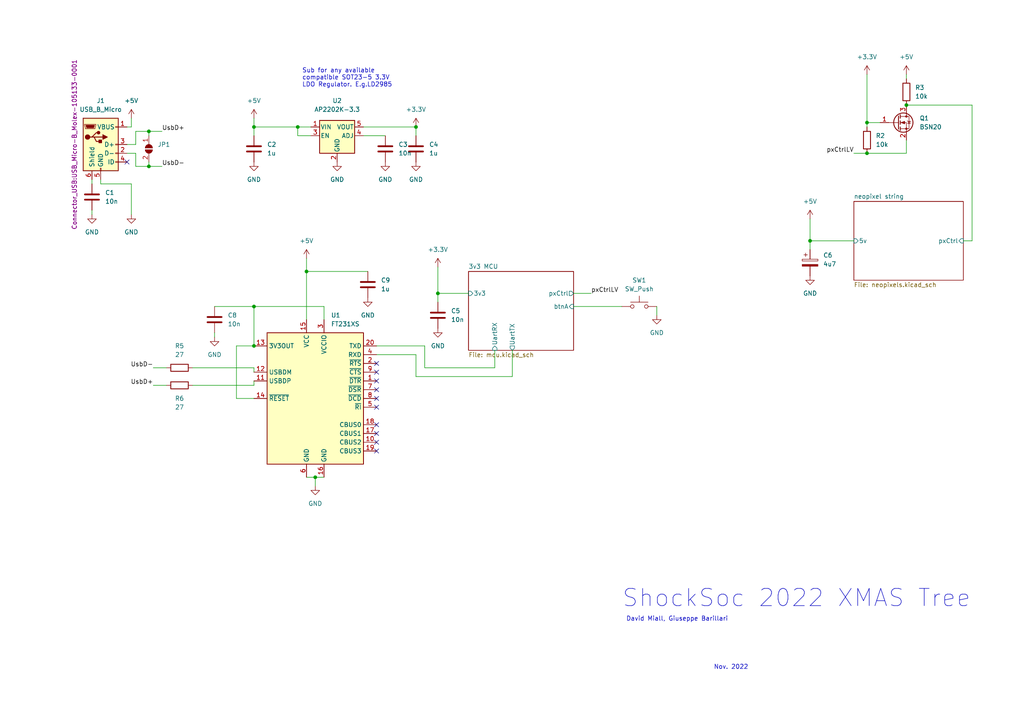
<source format=kicad_sch>
(kicad_sch (version 20211123) (generator eeschema)
  (paper "A4")
  (lib_symbols
    (symbol "Connector:USB_B_Micro" (pin_names (offset 1.016))
      (property "Reference" "J" (at -5.08 11.43 0))
      (property "Value" "USB_B_Micro" (at -5.08 8.89 0))
      (symbol "USB_B_Micro_0_1"
        (rectangle (start -5.08 -7.62) (end 5.08 7.62) (stroke (width 0.254)) (fill (type background)))
        (circle (center -3.81 2.159) (radius 0.635) (stroke (width 0.254)) (fill (type outline)))
        (circle (center -0.635 3.429) (radius 0.381) (stroke (width 0.254)) (fill (type outline)))
        (rectangle (start -0.127 -7.62) (end 0.127 -6.858))
        (polyline (pts (xy -1.905 2.159) (xy 0.635 2.159)) (stroke (width 0.254)))
        (polyline (pts (xy -3.175 2.159) (xy -2.54 2.159) (xy -1.27 3.429) (xy -0.635 3.429)) (stroke (width 0.254)))
        (polyline (pts (xy -2.54 2.159) (xy -1.905 2.159) (xy -1.27 0.889) (xy 0 0.889)) (stroke (width 0.254)))
        (polyline (pts (xy 0.635 2.794) (xy 0.635 1.524) (xy 1.905 2.159) (xy 0.635 2.794)) (stroke (width 0.254)) (fill (type outline)))
        (polyline (pts (xy -4.318 5.588) (xy -1.778 5.588) (xy -2.032 4.826) (xy -4.064 4.826) (xy -4.318 5.588)) (fill (type outline)))
        (polyline (pts (xy -4.699 5.842) (xy -4.699 5.588) (xy -4.445 4.826) (xy -4.445 4.572) (xy -1.651 4.572) (xy -1.651 4.826) (xy -1.397 5.588) (xy -1.397 5.842) (xy -4.699 5.842)))
        (rectangle (start 0.254 1.27) (end -0.508 0.508) (stroke (width 0.254)) (fill (type outline)))
        (rectangle (start 5.08 -5.207) (end 4.318 -4.953))
        (rectangle (start 5.08 -2.667) (end 4.318 -2.413))
        (rectangle (start 5.08 -0.127) (end 4.318 0.127))
        (rectangle (start 5.08 4.953) (end 4.318 5.207))
      )
      (symbol "USB_B_Micro_1_1"
        (pin power_out line (at 7.62 5.08 180) (length 2.54) (name "VBUS") (number "1"))
        (pin bidirectional line (at 7.62 -2.54 180) (length 2.54) (name "D-") (number "2"))
        (pin bidirectional line (at 7.62 0 180) (length 2.54) (name "D+") (number "3"))
        (pin passive line (at 7.62 -5.08 180) (length 2.54) (name "ID") (number "4"))
        (pin power_out line (at 0 -10.16 90) (length 2.54) (name "GND") (number "5"))
        (pin passive line (at -2.54 -10.16 90) (length 2.54) (name "Shield") (number "6"))
      )
    )
    (symbol "Device:C" (pin_numbers hide) (pin_names (offset 0.254))
      (property "Reference" "C" (at 0.635 2.54 0))
      (property "Value" "C" (at 0.635 -2.54 0))
      (symbol "C_0_1"
        (polyline (pts (xy -2.032 -0.762) (xy 2.032 -0.762)) (stroke (width 0.508)))
        (polyline (pts (xy -2.032 0.762) (xy 2.032 0.762)) (stroke (width 0.508)))
      )
      (symbol "C_1_1"
        (pin passive line (at 0 3.81 270) (length 2.794) (name "~") (number "1"))
        (pin passive line (at 0 -3.81 90) (length 2.794) (name "~") (number "2"))
      )
    )
    (symbol "Device:C_Polarized" (pin_numbers hide) (pin_names (offset 0.254))
      (property "Reference" "C" (at 0.635 2.54 0))
      (property "Value" "C_Polarized" (at 0.635 -2.54 0))
      (symbol "C_Polarized_0_1"
        (rectangle (start -2.286 0.508) (end 2.286 1.016))
        (polyline (pts (xy -1.778 2.286) (xy -0.762 2.286)))
        (polyline (pts (xy -1.27 2.794) (xy -1.27 1.778)))
        (rectangle (start 2.286 -0.508) (end -2.286 -1.016) (fill (type outline)))
      )
      (symbol "C_Polarized_1_1"
        (pin passive line (at 0 3.81 270) (length 2.794) (name "~") (number "1"))
        (pin passive line (at 0 -3.81 90) (length 2.794) (name "~") (number "2"))
      )
    )
    (symbol "Device:R" (pin_numbers hide) (pin_names (offset 0))
      (property "Reference" "R" (at 2.032 0 90))
      (property "Value" "R" (at 0 0 90))
      (symbol "R_0_1"
        (rectangle (start -1.016 -2.54) (end 1.016 2.54) (stroke (width 0.254)))
      )
      (symbol "R_1_1"
        (pin passive line (at 0 3.81 270) (length 1.27) (name "~") (number "1"))
        (pin passive line (at 0 -3.81 90) (length 1.27) (name "~") (number "2"))
      )
    )
    (symbol "Interface_USB:FT231XS"
      (property "Reference" "U" (at -13.97 20.32 0))
      (property "Value" "FT231XS" (at 7.62 20.32 0))
      (symbol "FT231XS_0_1"
        (rectangle (start -13.97 19.05) (end 13.97 -19.05) (stroke (width 0.254)) (fill (type background)))
      )
      (symbol "FT231XS_1_1"
        (pin output line (at 17.78 5.08 180) (length 3.81) (name "~{DTR}") (number "1"))
        (pin bidirectional line (at 17.78 -12.7 180) (length 3.81) (name "CBUS2") (number "10"))
        (pin bidirectional line (at -17.78 5.08 0) (length 3.81) (name "USBDP") (number "11"))
        (pin bidirectional line (at -17.78 7.62 0) (length 3.81) (name "USBDM") (number "12"))
        (pin power_out line (at -17.78 15.24 0) (length 3.81) (name "3V3OUT") (number "13"))
        (pin input line (at -17.78 0 0) (length 3.81) (name "~{RESET}") (number "14"))
        (pin power_in line (at -2.54 22.86 270) (length 3.81) (name "VCC") (number "15"))
        (pin power_in line (at 2.54 -22.86 90) (length 3.81) (name "GND") (number "16"))
        (pin bidirectional line (at 17.78 -10.16 180) (length 3.81) (name "CBUS1") (number "17"))
        (pin bidirectional line (at 17.78 -7.62 180) (length 3.81) (name "CBUS0") (number "18"))
        (pin bidirectional line (at 17.78 -15.24 180) (length 3.81) (name "CBUS3") (number "19"))
        (pin output line (at 17.78 10.16 180) (length 3.81) (name "~{RTS}") (number "2"))
        (pin output line (at 17.78 15.24 180) (length 3.81) (name "TXD") (number "20"))
        (pin power_in line (at 2.54 22.86 270) (length 3.81) (name "VCCIO") (number "3"))
        (pin input line (at 17.78 12.7 180) (length 3.81) (name "RXD") (number "4"))
        (pin input line (at 17.78 -2.54 180) (length 3.81) (name "~{RI}") (number "5"))
        (pin power_in line (at -2.54 -22.86 90) (length 3.81) (name "GND") (number "6"))
        (pin input line (at 17.78 2.54 180) (length 3.81) (name "~{DSR}") (number "7"))
        (pin input line (at 17.78 0 180) (length 3.81) (name "~{DCD}") (number "8"))
        (pin input line (at 17.78 7.62 180) (length 3.81) (name "~{CTS}") (number "9"))
      )
    )
    (symbol "Jumper:SolderJumper_2_Open" (pin_names (offset 0) hide)
      (property "Reference" "JP" (at 0 2.032 0))
      (property "Value" "SolderJumper_2_Open" (at 0 -2.54 0))
      (symbol "SolderJumper_2_Open_0_1"
        (arc (start -0.254 1.016) (mid -1.27 0) (end -0.254 -1.016))
        (arc (start -0.254 1.016) (mid -1.27 0) (end -0.254 -1.016) (fill (type outline)))
        (polyline (pts (xy -0.254 1.016) (xy -0.254 -1.016)))
        (polyline (pts (xy 0.254 1.016) (xy 0.254 -1.016)))
        (arc (start 0.254 -1.016) (mid 1.27 0) (end 0.254 1.016))
        (arc (start 0.254 -1.016) (mid 1.27 0) (end 0.254 1.016) (fill (type outline)))
      )
      (symbol "SolderJumper_2_Open_1_1"
        (pin passive line (at -3.81 0 0) (length 2.54) (name "A") (number "1"))
        (pin passive line (at 3.81 0 180) (length 2.54) (name "B") (number "2"))
      )
    )
    (symbol "Regulator_Linear:AP2204K-ADJ" (pin_names (offset 0.254))
      (property "Reference" "U" (at -5.08 5.715 0))
      (property "Value" "AP2204K-ADJ" (at 0 5.715 0))
      (symbol "AP2204K-ADJ_0_1"
        (rectangle (start -5.08 4.445) (end 5.08 -5.08) (stroke (width 0.254)) (fill (type background)))
      )
      (symbol "AP2204K-ADJ_1_1"
        (pin power_in line (at -7.62 2.54 0) (length 2.54) (name "VIN") (number "1"))
        (pin power_in line (at 0 -7.62 90) (length 2.54) (name "GND") (number "2"))
        (pin input line (at -7.62 0 0) (length 2.54) (name "EN") (number "3"))
        (pin input line (at 7.62 0 180) (length 2.54) (name "ADJ") (number "4"))
        (pin power_out line (at 7.62 2.54 180) (length 2.54) (name "VOUT") (number "5"))
      )
    )
    (symbol "Switch:SW_Push" (pin_numbers hide) (pin_names (offset 1.016) hide)
      (property "Reference" "SW" (at 1.27 2.54 0))
      (property "Value" "SW_Push" (at 0 -1.524 0))
      (symbol "SW_Push_0_1"
        (circle (center -2.032 0) (radius 0.508))
        (polyline (pts (xy 0 1.27) (xy 0 3.048)))
        (polyline (pts (xy 2.54 1.27) (xy -2.54 1.27)))
        (circle (center 2.032 0) (radius 0.508))
        (pin passive line (at -5.08 0 0) (length 2.54) (name "1") (number "1"))
        (pin passive line (at 5.08 0 180) (length 2.54) (name "2") (number "2"))
      )
    )
    (symbol "Transistor_FET:BSN20" (pin_names hide)
      (property "Reference" "Q" (at 5.08 1.905 0))
      (property "Value" "BSN20" (at 5.08 0 0))
      (symbol "BSN20_0_1"
        (polyline (pts (xy 0.254 0) (xy -2.54 0)))
        (polyline (pts (xy 0.254 1.905) (xy 0.254 -1.905)) (stroke (width 0.254)))
        (polyline (pts (xy 0.762 -1.27) (xy 0.762 -2.286)) (stroke (width 0.254)))
        (polyline (pts (xy 0.762 0.508) (xy 0.762 -0.508)) (stroke (width 0.254)))
        (polyline (pts (xy 0.762 2.286) (xy 0.762 1.27)) (stroke (width 0.254)))
        (polyline (pts (xy 2.54 2.54) (xy 2.54 1.778)))
        (polyline (pts (xy 2.54 -2.54) (xy 2.54 0) (xy 0.762 0)))
        (polyline (pts (xy 0.762 -1.778) (xy 3.302 -1.778) (xy 3.302 1.778) (xy 0.762 1.778)))
        (polyline (pts (xy 1.016 0) (xy 2.032 0.381) (xy 2.032 -0.381) (xy 1.016 0)) (fill (type outline)))
        (polyline (pts (xy 2.794 0.508) (xy 2.921 0.381) (xy 3.683 0.381) (xy 3.81 0.254)))
        (polyline (pts (xy 3.302 0.381) (xy 2.921 -0.254) (xy 3.683 -0.254) (xy 3.302 0.381)))
        (circle (center 1.651 0) (radius 2.794) (stroke (width 0.254)))
        (circle (center 2.54 -1.778) (radius 0.254) (fill (type outline)))
        (circle (center 2.54 1.778) (radius 0.254) (fill (type outline)))
      )
      (symbol "BSN20_1_1"
        (pin input line (at -5.08 0 0) (length 2.54) (name "G") (number "1"))
        (pin passive line (at 2.54 -5.08 90) (length 2.54) (name "S") (number "2"))
        (pin passive line (at 2.54 5.08 270) (length 2.54) (name "D") (number "3"))
      )
    )
    (symbol "power:+3.3V" (power) (pin_names (offset 0))
      (property "Value" "+3.3V" (at 0 3.556 0))
      (symbol "+3.3V_0_1"
        (polyline (pts (xy -0.762 1.27) (xy 0 2.54)))
        (polyline (pts (xy 0 0) (xy 0 2.54)))
        (polyline (pts (xy 0 2.54) (xy 0.762 1.27)))
      )
      (symbol "+3.3V_1_1"
        (pin power_in line (at 0 0 90) (length 0) hide (name "+3.3V") (number "1"))
      )
    )
    (symbol "power:+5V" (power) (pin_names (offset 0))
      (property "Value" "+5V" (at 0 3.556 0))
      (symbol "+5V_0_1"
        (polyline (pts (xy -0.762 1.27) (xy 0 2.54)))
        (polyline (pts (xy 0 0) (xy 0 2.54)))
        (polyline (pts (xy 0 2.54) (xy 0.762 1.27)))
      )
      (symbol "+5V_1_1"
        (pin power_in line (at 0 0 90) (length 0) hide (name "+5V") (number "1"))
      )
    )
    (symbol "power:GND" (power) (pin_names (offset 0))
      (property "Value" "GND" (at 0 -3.81 0))
      (symbol "GND_0_1"
        (polyline (pts (xy 0 0) (xy 0 -1.27) (xy 1.27 -1.27) (xy 0 -2.54) (xy -1.27 -1.27) (xy 0 -1.27)))
      )
      (symbol "GND_1_1"
        (pin power_in line (at 0 0 270) (length 0) hide (name "GND") (number "1"))
      )
    )
  )
  (junction (at 43.18 48.26))
  (junction (at 262.89 30.48))
  (junction (at 73.66 36.83))
  (junction (at 43.18 38.1))
  (junction (at 73.66 100.33))
  (junction (at 120.65 36.83))
  (junction (at 251.46 44.45))
  (junction (at 73.66 88.9))
  (junction (at 127 85.09))
  (junction (at 234.95 69.85))
  (junction (at 88.9 78.74))
  (junction (at 251.46 35.56))
  (junction (at 86.36 36.83))
  (junction (at 91.44 138.43))
  (no_connect (at 36.83 46.99))
  (no_connect (at 109.22 105.41))
  (no_connect (at 109.22 107.95))
  (no_connect (at 109.22 110.49))
  (no_connect (at 109.22 113.03))
  (no_connect (at 109.22 130.81))
  (no_connect (at 109.22 115.57))
  (no_connect (at 109.22 118.11))
  (no_connect (at 109.22 123.19))
  (no_connect (at 109.22 125.73))
  (no_connect (at 109.22 128.27))
  (wire (pts (xy 88.9 138.43) (xy 91.44 138.43)))
  (wire (pts (xy 90.17 39.37) (xy 86.36 39.37)))
  (wire (pts (xy 88.9 78.74) (xy 106.68 78.74)))
  (wire (pts (xy 251.46 35.56) (xy 251.46 36.83)))
  (wire (pts (xy 55.88 106.68) (xy 73.66 106.68)))
  (wire (pts (xy 93.98 88.9) (xy 93.98 92.71)))
  (wire (pts (xy 36.83 41.91) (xy 39.37 41.91)))
  (wire (pts (xy 91.44 138.43) (xy 93.98 138.43)))
  (wire (pts (xy 86.36 39.37) (xy 86.36 36.83)))
  (wire (pts (xy 73.66 88.9) (xy 93.98 88.9)))
  (wire (pts (xy 43.18 38.1) (xy 43.18 39.37)))
  (wire (pts (xy 109.22 102.87) (xy 120.65 102.87)))
  (wire (pts (xy 44.45 106.68) (xy 48.26 106.68)))
  (wire (pts (xy 86.36 36.83) (xy 90.17 36.83)))
  (wire (pts (xy 120.65 36.83) (xy 120.65 39.37)))
  (wire (pts (xy 120.65 109.22) (xy 148.59 109.22)))
  (wire (pts (xy 127 85.09) (xy 127 77.47)))
  (wire (pts (xy 234.95 63.5) (xy 234.95 69.85)))
  (wire (pts (xy 251.46 44.45) (xy 262.89 44.45)))
  (wire (pts (xy 109.22 100.33) (xy 123.19 100.33)))
  (wire (pts (xy 73.66 36.83) (xy 86.36 36.83)))
  (wire (pts (xy 26.67 52.07) (xy 26.67 53.34)))
  (wire (pts (xy 190.5 88.9) (xy 190.5 91.44)))
  (wire (pts (xy 127 85.09) (xy 127 87.63)))
  (wire (pts (xy 135.89 85.09) (xy 127 85.09)))
  (wire (pts (xy 247.65 44.45) (xy 251.46 44.45)))
  (wire (pts (xy 105.41 36.83) (xy 120.65 36.83)))
  (wire (pts (xy 73.66 110.49) (xy 73.66 111.76)))
  (wire (pts (xy 262.89 21.59) (xy 262.89 22.86)))
  (wire (pts (xy 55.88 111.76) (xy 73.66 111.76)))
  (wire (pts (xy 39.37 44.45) (xy 39.37 48.26)))
  (wire (pts (xy 88.9 78.74) (xy 88.9 92.71)))
  (wire (pts (xy 105.41 39.37) (xy 111.76 39.37)))
  (wire (pts (xy 38.1 53.34) (xy 29.21 53.34)))
  (wire (pts (xy 143.51 101.6) (xy 143.51 106.68)))
  (wire (pts (xy 39.37 41.91) (xy 39.37 38.1)))
  (wire (pts (xy 29.21 53.34) (xy 29.21 52.07)))
  (wire (pts (xy 43.18 38.1) (xy 46.99 38.1)))
  (wire (pts (xy 148.59 101.6) (xy 148.59 109.22)))
  (wire (pts (xy 166.37 88.9) (xy 180.34 88.9)))
  (wire (pts (xy 39.37 38.1) (xy 43.18 38.1)))
  (wire (pts (xy 255.27 35.56) (xy 251.46 35.56)))
  (wire (pts (xy 91.44 138.43) (xy 91.44 140.97)))
  (wire (pts (xy 120.65 102.87) (xy 120.65 109.22)))
  (wire (pts (xy 43.18 48.26) (xy 46.99 48.26)))
  (wire (pts (xy 234.95 69.85) (xy 247.65 69.85)))
  (wire (pts (xy 62.23 88.9) (xy 73.66 88.9)))
  (wire (pts (xy 68.58 100.33) (xy 73.66 100.33)))
  (wire (pts (xy 73.66 100.33) (xy 73.66 88.9)))
  (wire (pts (xy 73.66 115.57) (xy 68.58 115.57)))
  (wire (pts (xy 123.19 100.33) (xy 123.19 106.68)))
  (wire (pts (xy 262.89 40.64) (xy 262.89 44.45)))
  (wire (pts (xy 281.94 69.85) (xy 279.4 69.85)))
  (wire (pts (xy 39.37 48.26) (xy 43.18 48.26)))
  (wire (pts (xy 73.66 34.29) (xy 73.66 36.83)))
  (wire (pts (xy 68.58 115.57) (xy 68.58 100.33)))
  (wire (pts (xy 62.23 96.52) (xy 62.23 97.79)))
  (wire (pts (xy 166.37 85.09) (xy 171.45 85.09)))
  (wire (pts (xy 123.19 106.68) (xy 143.51 106.68)))
  (wire (pts (xy 26.67 60.96) (xy 26.67 62.23)))
  (wire (pts (xy 38.1 62.23) (xy 38.1 53.34)))
  (wire (pts (xy 44.45 111.76) (xy 48.26 111.76)))
  (wire (pts (xy 43.18 46.99) (xy 43.18 48.26)))
  (wire (pts (xy 281.94 30.48) (xy 281.94 69.85)))
  (wire (pts (xy 234.95 69.85) (xy 234.95 72.39)))
  (wire (pts (xy 262.89 30.48) (xy 281.94 30.48)))
  (wire (pts (xy 36.83 36.83) (xy 38.1 36.83)))
  (wire (pts (xy 38.1 36.83) (xy 38.1 34.29)))
  (wire (pts (xy 251.46 21.59) (xy 251.46 35.56)))
  (wire (pts (xy 73.66 36.83) (xy 73.66 39.37)))
  (wire (pts (xy 36.83 44.45) (xy 39.37 44.45)))
  (wire (pts (xy 73.66 106.68) (xy 73.66 107.95)))
  (wire (pts (xy 88.9 74.93) (xy 88.9 78.74)))
  (text "Sub for any available\ncompatible SOT23-5 3.3V\nLDO Regulator. E.g.LD2985" (at 87.63 25.4 0) (effects (font (size 1.27 1.27)) (justify left bottom)))
  (text "David Miall, Giuseppe Barillari" (at 181.61 180.34 0) (effects (font (size 1.27 1.27)) (justify left bottom)))
  (text "Nov. 2022" (at 207.01 194.31 0) (effects (font (size 1.27 1.27)) (justify left bottom)))
  (text "ShockSoc 2022 XMAS Tree" (at 180.34 176.53 0) (effects (font (size 5 5)) (justify left bottom)))
  (label "UsbD+" (at 46.99 38.1 0))
  (label "UsbD+" (at 44.45 111.76 180))
  (label "UsbD-" (at 44.45 106.68 180))
  (label "pxCtrlLV" (at 247.65 44.45 180))
  (label "pxCtrlLV" (at 171.45 85.09 0))
  (label "UsbD-" (at 46.99 48.26 0))
  (symbol (lib_id "Device:C") (at 73.66 43.18 0) (unit 1)
    (property "Reference" "C2" (at 77.47 41.9099 0) (effects (justify left)))
    (property "Value" "1u" (at 77.47 44.4499 0) (effects (justify left)))
    (property "Footprint" "Capacitor_SMD:C_0805_2012Metric_Pad1.18x1.45mm_HandSolder" (effects hide))
  )
  (symbol (lib_id "power:GND") (at 97.79 46.99 0) (unit 1)
    (property "Reference" "#PWR09" (effects hide))
    (property "Value" "GND" (at 97.79 52.07 0))
  )
  (symbol (lib_id "Device:R") (at 262.89 26.67 0) (unit 1)
    (property "Reference" "R3" (at 265.43 25.3999 0) (effects (justify left)))
    (property "Value" "10k" (at 265.43 27.9399 0) (effects (justify left)))
    (property "Footprint" "Resistor_SMD:R_0805_2012Metric_Pad1.20x1.40mm_HandSolder" (effects hide))
  )
  (symbol (lib_id "Device:C") (at 106.68 82.55 0) (unit 1)
    (property "Reference" "C9" (at 110.49 81.2799 0) (effects (justify left)))
    (property "Value" "1u" (at 110.49 83.8199 0) (effects (justify left)))
    (property "Footprint" "Capacitor_SMD:C_0805_2012Metric_Pad1.18x1.45mm_HandSolder" (effects hide))
  )
  (symbol (lib_id "Regulator_Linear:AP2204K-ADJ") (at 97.79 39.37 0) (unit 1)
    (property "Reference" "U2" (at 97.79 29.21 0))
    (property "Value" "AP2202K-3.3" (at 97.79 31.75 0))
    (property "Footprint" "Package_TO_SOT_SMD:SOT-23-5" (effects hide))
    (property "Datasheet" "https://www.diodes.com/assets/Datasheets/AP2204.pdf" (effects hide))
  )
  (symbol (lib_id "Device:R") (at 52.07 106.68 90) (unit 1)
    (property "Reference" "R5" (at 52.07 100.33 90))
    (property "Value" "27" (at 52.07 102.87 90))
    (property "Footprint" "Resistor_SMD:R_0805_2012Metric_Pad1.20x1.40mm_HandSolder" (effects hide))
  )
  (symbol (lib_id "Device:C") (at 111.76 43.18 0) (unit 1)
    (property "Reference" "C3" (at 115.57 41.9099 0) (effects (justify left)))
    (property "Value" "10n" (at 115.57 44.4499 0) (effects (justify left)))
    (property "Footprint" "Capacitor_SMD:C_0805_2012Metric_Pad1.18x1.45mm_HandSolder" (effects hide))
  )
  (symbol (lib_id "power:GND") (at 38.1 62.23 0) (unit 1)
    (property "Reference" "#PWR03" (effects hide))
    (property "Value" "GND" (at 38.1 67.31 0))
  )
  (symbol (lib_id "Connector:USB_B_Micro") (at 29.21 41.91 0) (unit 1)
    (property "Reference" "J1" (at 29.21 29.21 0))
    (property "Value" "USB_B_Micro" (at 29.21 31.75 0))
    (property "Footprint" "Connector_USB:USB_Micro-B_Molex-105133-0001" (at 21.59 41.91 90))
  )
  (symbol (lib_id "Device:C") (at 120.65 43.18 0) (unit 1)
    (property "Reference" "C4" (at 124.46 41.9099 0) (effects (justify left)))
    (property "Value" "1u" (at 124.46 44.4499 0) (effects (justify left)))
    (property "Footprint" "Capacitor_SMD:C_0805_2012Metric_Pad1.18x1.45mm_HandSolder" (effects hide))
  )
  (symbol (lib_id "power:GND") (at 73.66 46.99 0) (unit 1)
    (property "Reference" "#PWR06" (effects hide))
    (property "Value" "GND" (at 73.66 52.07 0))
  )
  (symbol (lib_id "Device:R") (at 251.46 40.64 0) (unit 1)
    (property "Reference" "R2" (at 254 39.3699 0) (effects (justify left)))
    (property "Value" "10k" (at 254 41.9099 0) (effects (justify left)))
    (property "Footprint" "Resistor_SMD:R_0805_2012Metric_Pad1.20x1.40mm_HandSolder" (effects hide))
  )
  (symbol (lib_id "power:GND") (at 26.67 62.23 0) (unit 1)
    (property "Reference" "#PWR01" (effects hide))
    (property "Value" "GND" (at 26.67 67.31 0))
  )
  (symbol (lib_id "power:+5V") (at 234.95 63.5 0) (unit 1)
    (property "Reference" "#PWR016" (effects hide))
    (property "Value" "+5V" (at 234.95 58.42 0))
  )
  (symbol (lib_id "power:GND") (at 111.76 46.99 0) (unit 1)
    (property "Reference" "#PWR010" (effects hide))
    (property "Value" "GND" (at 111.76 52.07 0))
  )
  (symbol (lib_id "power:GND") (at 120.65 46.99 0) (unit 1)
    (property "Reference" "#PWR012" (effects hide))
    (property "Value" "GND" (at 120.65 52.07 0))
  )
  (symbol (lib_id "power:GND") (at 127 95.25 0) (unit 1)
    (property "Reference" "#PWR014" (effects hide))
    (property "Value" "GND" (at 127 100.33 0))
  )
  (symbol (lib_id "power:GND") (at 106.68 86.36 0) (unit 1)
    (property "Reference" "#PWR0103" (effects hide))
    (property "Value" "GND" (at 106.68 91.44 0))
  )
  (symbol (lib_id "power:GND") (at 91.44 140.97 0) (unit 1)
    (property "Reference" "#PWR08" (effects hide))
    (property "Value" "GND" (at 91.44 146.05 0))
  )
  (symbol (lib_id "power:+5V") (at 38.1 34.29 0) (unit 1)
    (property "Reference" "#PWR02" (effects hide))
    (property "Value" "+5V" (at 38.1 29.21 0))
  )
  (symbol (lib_id "power:+5V") (at 88.9 74.93 0) (unit 1)
    (property "Reference" "#PWR07" (effects hide))
    (property "Value" "+5V" (at 88.9 69.85 0))
  )
  (symbol (lib_id "power:GND") (at 234.95 80.01 0) (unit 1)
    (property "Reference" "#PWR017" (effects hide))
    (property "Value" "GND" (at 234.95 85.09 0))
  )
  (symbol (lib_id "power:GND") (at 62.23 97.79 0) (unit 1)
    (property "Reference" "#PWR0102" (effects hide))
    (property "Value" "GND" (at 62.23 102.87 0))
  )
  (symbol (lib_id "power:+5V") (at 73.66 34.29 0) (unit 1)
    (property "Reference" "#PWR05" (effects hide))
    (property "Value" "+5V" (at 73.66 29.21 0))
  )
  (symbol (lib_id "Transistor_FET:BSN20") (at 260.35 35.56 0) (unit 1)
    (property "Reference" "Q1" (at 266.7 34.2899 0) (effects (justify left)))
    (property "Value" "BSN20" (at 266.7 36.8299 0) (effects (justify left)))
    (property "Footprint" "Package_TO_SOT_SMD:SOT-23" (effects hide))
    (property "Datasheet" "http://www.diodes.com/assets/Datasheets/ds31898.pdf" (effects hide))
  )
  (symbol (lib_id "power:+3.3V") (at 120.65 36.83 0) (unit 1)
    (property "Reference" "#PWR011" (effects hide))
    (property "Value" "+3.3V" (at 120.65 31.75 0))
  )
  (symbol (lib_id "power:GND") (at 190.5 91.44 0) (unit 1)
    (property "Reference" "#PWR015" (effects hide))
    (property "Value" "GND" (at 190.5 96.52 0))
  )
  (symbol (lib_id "Device:C") (at 62.23 92.71 0) (unit 1)
    (property "Reference" "C8" (at 66.04 91.4399 0) (effects (justify left)))
    (property "Value" "10n" (at 66.04 93.9799 0) (effects (justify left)))
    (property "Footprint" "Capacitor_SMD:C_0805_2012Metric_Pad1.18x1.45mm_HandSolder" (effects hide))
  )
  (symbol (lib_id "Interface_USB:FT231XS") (at 91.44 115.57 0) (unit 1)
    (property "Reference" "U1" (at 95.9994 91.44 0) (effects (justify left)))
    (property "Value" "FT231XS" (at 95.9994 93.98 0) (effects (justify left)))
    (property "Footprint" "Package_SO:SSOP-20_3.9x8.7mm_P0.635mm" (effects hide))
    (property "Datasheet" "https://www.ftdichip.com/Support/Documents/DataSheets/ICs/DS_FT231X.pdf" (effects hide))
  )
  (symbol (lib_id "Switch:SW_Push") (at 185.42 88.9 0) (unit 1)
    (property "Reference" "SW1" (at 185.42 81.28 0))
    (property "Value" "SW_Push" (at 185.42 83.82 0))
    (property "Footprint" "Button_Switch_SMD:SW_Push_1P1T_NO_6x6mm_H9.5mm" (effects hide))
  )
  (symbol (lib_id "Device:C") (at 26.67 57.15 0) (unit 1)
    (property "Reference" "C1" (at 30.48 55.8799 0) (effects (justify left)))
    (property "Value" "10n" (at 30.48 58.4199 0) (effects (justify left)))
    (property "Footprint" "Capacitor_SMD:C_0805_2012Metric_Pad1.18x1.45mm_HandSolder" (effects hide))
  )
  (symbol (lib_id "power:+5V") (at 262.89 21.59 0) (unit 1)
    (property "Reference" "#PWR019" (effects hide))
    (property "Value" "+5V" (at 262.89 16.51 0))
  )
  (symbol (lib_id "power:+3.3V") (at 127 77.47 0) (unit 1)
    (property "Reference" "#PWR013" (effects hide))
    (property "Value" "+3.3V" (at 127 72.39 0))
  )
  (symbol (lib_id "power:+3.3V") (at 251.46 21.59 0) (unit 1)
    (property "Reference" "#PWR018" (effects hide))
    (property "Value" "+3.3V" (at 251.46 16.51 0))
  )
  (symbol (lib_id "Device:C_Polarized") (at 234.95 76.2 0) (unit 1)
    (property "Reference" "C6" (at 238.76 74.0409 0) (effects (justify left)))
    (property "Value" "4u7" (at 238.76 76.5809 0) (effects (justify left)))
    (property "Footprint" "Capacitor_SMD:C_0805_2012Metric_Pad1.18x1.45mm_HandSolder" (effects hide))
  )
  (symbol (lib_id "Device:C") (at 127 91.44 0) (unit 1)
    (property "Reference" "C5" (at 130.81 90.1699 0) (effects (justify left)))
    (property "Value" "10n" (at 130.81 92.7099 0) (effects (justify left)))
    (property "Footprint" "Capacitor_SMD:C_0805_2012Metric_Pad1.18x1.45mm_HandSolder" (effects hide))
  )
  (symbol (lib_id "Jumper:SolderJumper_2_Open") (at 43.18 43.18 270) (unit 1)
    (property "Reference" "JP1" (at 45.72 41.9099 90) (effects (justify left)))
    (property "Value" "SolderJumper_2_Open" (effects hide))
    (property "Footprint" "Jumper:SolderJumper-2_P1.3mm_Open_RoundedPad1.0x1.5mm" (effects hide))
  )
  (symbol (lib_id "Device:R") (at 52.07 111.76 270) (unit 1)
    (property "Reference" "R6" (at 52.07 115.57 90))
    (property "Value" "27" (at 52.07 118.11 90))
    (property "Footprint" "Resistor_SMD:R_0805_2012Metric_Pad1.20x1.40mm_HandSolder" (effects hide))
  )
  (sheet (at 247.65 58.42) (size 31.75 22.86) (stroke (width 0.1524))
    (property "Sheet name" "neopixel string" (at 247.65 57.7084 0) (effects (justify left bottom)))
    (property "Sheet file" "neopixels.kicad_sch" (at 247.65 81.8646 0) (effects (justify left top)))
    (pin "pxCtrl" input (at 279.4 69.85 0))
    (pin "5v" input (at 247.65 69.85 180))
  )
  (sheet (at 135.89 78.74) (size 30.48 22.86) (stroke (width 0.1524))
    (property "Sheet name" "3v3 MCU" (at 135.89 78.0284 0) (effects (justify left bottom)))
    (property "Sheet file" "mcu.kicad_sch" (at 135.89 102.1846 0) (effects (justify left top)))
    (pin "3v3" input (at 135.89 85.09 180))
    (pin "pxCtrl" output (at 166.37 85.09 0))
    (pin "btnA" input (at 166.37 88.9 0))
    (pin "UartRX" input (at 143.51 101.6 270))
    (pin "UartTX" output (at 148.59 101.6 270))
  )
)
</source>
